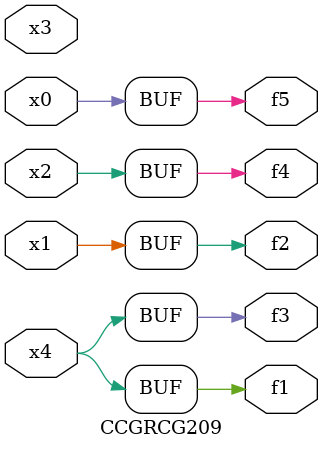
<source format=v>
module CCGRCG209(
	input x0, x1, x2, x3, x4,
	output f1, f2, f3, f4, f5
);
	assign f1 = x4;
	assign f2 = x1;
	assign f3 = x4;
	assign f4 = x2;
	assign f5 = x0;
endmodule

</source>
